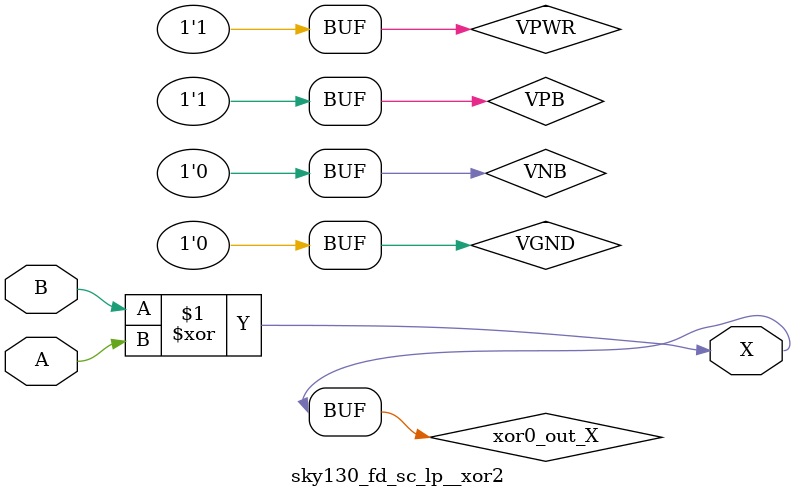
<source format=v>
/*
 * Copyright 2020 The SkyWater PDK Authors
 *
 * Licensed under the Apache License, Version 2.0 (the "License");
 * you may not use this file except in compliance with the License.
 * You may obtain a copy of the License at
 *
 *     https://www.apache.org/licenses/LICENSE-2.0
 *
 * Unless required by applicable law or agreed to in writing, software
 * distributed under the License is distributed on an "AS IS" BASIS,
 * WITHOUT WARRANTIES OR CONDITIONS OF ANY KIND, either express or implied.
 * See the License for the specific language governing permissions and
 * limitations under the License.
 *
 * SPDX-License-Identifier: Apache-2.0
*/


`ifndef SKY130_FD_SC_LP__XOR2_BEHAVIORAL_V
`define SKY130_FD_SC_LP__XOR2_BEHAVIORAL_V

/**
 * xor2: 2-input exclusive OR.
 *
 *       X = A ^ B
 *
 * Verilog simulation functional model.
 */

`timescale 1ns / 1ps
`default_nettype none

`celldefine
module sky130_fd_sc_lp__xor2 (
    X,
    A,
    B
);

    // Module ports
    output X;
    input  A;
    input  B;

    // Module supplies
    supply1 VPWR;
    supply0 VGND;
    supply1 VPB ;
    supply0 VNB ;

    // Local signals
    wire xor0_out_X;

    //  Name  Output      Other arguments
    xor xor0 (xor0_out_X, B, A           );
    buf buf0 (X         , xor0_out_X     );

endmodule
`endcelldefine

`default_nettype wire
`endif  // SKY130_FD_SC_LP__XOR2_BEHAVIORAL_V
</source>
